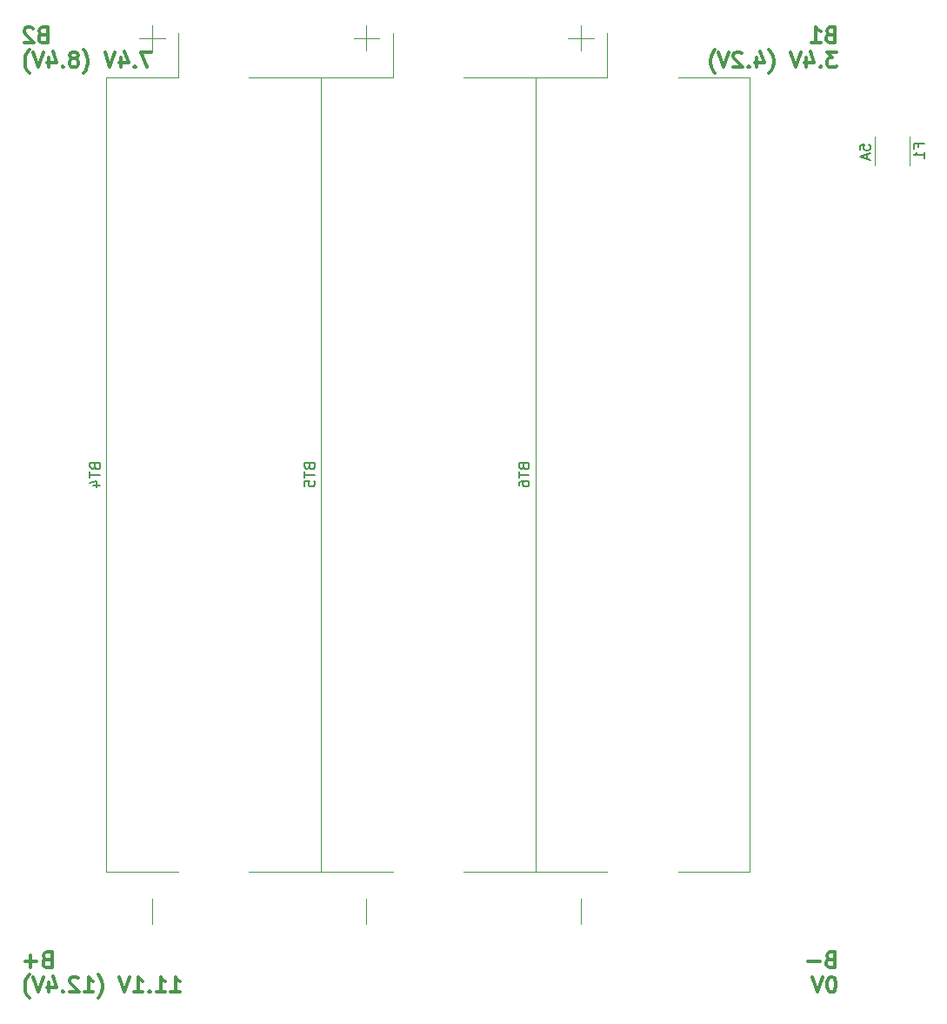
<source format=gbr>
%TF.GenerationSoftware,KiCad,Pcbnew,(6.0.7)*%
%TF.CreationDate,2022-10-24T21:40:11-07:00*%
%TF.ProjectId,18650_3s2p,31383635-305f-4337-9332-702e6b696361,2.0*%
%TF.SameCoordinates,Original*%
%TF.FileFunction,Legend,Bot*%
%TF.FilePolarity,Positive*%
%FSLAX46Y46*%
G04 Gerber Fmt 4.6, Leading zero omitted, Abs format (unit mm)*
G04 Created by KiCad (PCBNEW (6.0.7)) date 2022-10-24 21:40:11*
%MOMM*%
%LPD*%
G01*
G04 APERTURE LIST*
%ADD10C,0.150000*%
%ADD11C,0.300000*%
%ADD12C,0.120000*%
G04 APERTURE END LIST*
D10*
X141852380Y-64909523D02*
X141852380Y-64433333D01*
X142328571Y-64385714D01*
X142280952Y-64433333D01*
X142233333Y-64528571D01*
X142233333Y-64766666D01*
X142280952Y-64861904D01*
X142328571Y-64909523D01*
X142423809Y-64957142D01*
X142661904Y-64957142D01*
X142757142Y-64909523D01*
X142804761Y-64861904D01*
X142852380Y-64766666D01*
X142852380Y-64528571D01*
X142804761Y-64433333D01*
X142757142Y-64385714D01*
X142566666Y-65338095D02*
X142566666Y-65814285D01*
X142852380Y-65242857D02*
X141852380Y-65576190D01*
X142852380Y-65909523D01*
D11*
X138947857Y-143685357D02*
X138733571Y-143756785D01*
X138662142Y-143828214D01*
X138590714Y-143971071D01*
X138590714Y-144185357D01*
X138662142Y-144328214D01*
X138733571Y-144399642D01*
X138876428Y-144471071D01*
X139447857Y-144471071D01*
X139447857Y-142971071D01*
X138947857Y-142971071D01*
X138805000Y-143042500D01*
X138733571Y-143113928D01*
X138662142Y-143256785D01*
X138662142Y-143399642D01*
X138733571Y-143542500D01*
X138805000Y-143613928D01*
X138947857Y-143685357D01*
X139447857Y-143685357D01*
X137947857Y-143899642D02*
X136805000Y-143899642D01*
X139162142Y-145386071D02*
X139019285Y-145386071D01*
X138876428Y-145457500D01*
X138805000Y-145528928D01*
X138733571Y-145671785D01*
X138662142Y-145957500D01*
X138662142Y-146314642D01*
X138733571Y-146600357D01*
X138805000Y-146743214D01*
X138876428Y-146814642D01*
X139019285Y-146886071D01*
X139162142Y-146886071D01*
X139305000Y-146814642D01*
X139376428Y-146743214D01*
X139447857Y-146600357D01*
X139519285Y-146314642D01*
X139519285Y-145957500D01*
X139447857Y-145671785D01*
X139376428Y-145528928D01*
X139305000Y-145457500D01*
X139162142Y-145386071D01*
X138233571Y-145386071D02*
X137733571Y-146886071D01*
X137233571Y-145386071D01*
X138947857Y-53685357D02*
X138733571Y-53756785D01*
X138662142Y-53828214D01*
X138590714Y-53971071D01*
X138590714Y-54185357D01*
X138662142Y-54328214D01*
X138733571Y-54399642D01*
X138876428Y-54471071D01*
X139447857Y-54471071D01*
X139447857Y-52971071D01*
X138947857Y-52971071D01*
X138805000Y-53042500D01*
X138733571Y-53113928D01*
X138662142Y-53256785D01*
X138662142Y-53399642D01*
X138733571Y-53542500D01*
X138805000Y-53613928D01*
X138947857Y-53685357D01*
X139447857Y-53685357D01*
X137162142Y-54471071D02*
X138019285Y-54471071D01*
X137590714Y-54471071D02*
X137590714Y-52971071D01*
X137733571Y-53185357D01*
X137876428Y-53328214D01*
X138019285Y-53399642D01*
X139590714Y-55386071D02*
X138662142Y-55386071D01*
X139162142Y-55957500D01*
X138947857Y-55957500D01*
X138805000Y-56028928D01*
X138733571Y-56100357D01*
X138662142Y-56243214D01*
X138662142Y-56600357D01*
X138733571Y-56743214D01*
X138805000Y-56814642D01*
X138947857Y-56886071D01*
X139376428Y-56886071D01*
X139519285Y-56814642D01*
X139590714Y-56743214D01*
X138019285Y-56743214D02*
X137947857Y-56814642D01*
X138019285Y-56886071D01*
X138090714Y-56814642D01*
X138019285Y-56743214D01*
X138019285Y-56886071D01*
X136662142Y-55886071D02*
X136662142Y-56886071D01*
X137019285Y-55314642D02*
X137376428Y-56386071D01*
X136447857Y-56386071D01*
X136090714Y-55386071D02*
X135590714Y-56886071D01*
X135090714Y-55386071D01*
X133019285Y-57457500D02*
X133090714Y-57386071D01*
X133233571Y-57171785D01*
X133305000Y-57028928D01*
X133376428Y-56814642D01*
X133447857Y-56457500D01*
X133447857Y-56171785D01*
X133376428Y-55814642D01*
X133305000Y-55600357D01*
X133233571Y-55457500D01*
X133090714Y-55243214D01*
X133019285Y-55171785D01*
X131805000Y-55886071D02*
X131805000Y-56886071D01*
X132162142Y-55314642D02*
X132519285Y-56386071D01*
X131590714Y-56386071D01*
X131019285Y-56743214D02*
X130947857Y-56814642D01*
X131019285Y-56886071D01*
X131090714Y-56814642D01*
X131019285Y-56743214D01*
X131019285Y-56886071D01*
X130376428Y-55528928D02*
X130305000Y-55457500D01*
X130162142Y-55386071D01*
X129805000Y-55386071D01*
X129662142Y-55457500D01*
X129590714Y-55528928D01*
X129519285Y-55671785D01*
X129519285Y-55814642D01*
X129590714Y-56028928D01*
X130447857Y-56886071D01*
X129519285Y-56886071D01*
X129090714Y-55386071D02*
X128590714Y-56886071D01*
X128090714Y-55386071D01*
X127733571Y-57457500D02*
X127662142Y-57386071D01*
X127519285Y-57171785D01*
X127447857Y-57028928D01*
X127376428Y-56814642D01*
X127305000Y-56457500D01*
X127305000Y-56171785D01*
X127376428Y-55814642D01*
X127447857Y-55600357D01*
X127519285Y-55457500D01*
X127662142Y-55243214D01*
X127733571Y-55171785D01*
X62695000Y-143685357D02*
X62480714Y-143756785D01*
X62409285Y-143828214D01*
X62337857Y-143971071D01*
X62337857Y-144185357D01*
X62409285Y-144328214D01*
X62480714Y-144399642D01*
X62623571Y-144471071D01*
X63195000Y-144471071D01*
X63195000Y-142971071D01*
X62695000Y-142971071D01*
X62552142Y-143042500D01*
X62480714Y-143113928D01*
X62409285Y-143256785D01*
X62409285Y-143399642D01*
X62480714Y-143542500D01*
X62552142Y-143613928D01*
X62695000Y-143685357D01*
X63195000Y-143685357D01*
X61695000Y-143899642D02*
X60552142Y-143899642D01*
X61123571Y-144471071D02*
X61123571Y-143328214D01*
X74766428Y-146886071D02*
X75623571Y-146886071D01*
X75195000Y-146886071D02*
X75195000Y-145386071D01*
X75337857Y-145600357D01*
X75480714Y-145743214D01*
X75623571Y-145814642D01*
X73337857Y-146886071D02*
X74195000Y-146886071D01*
X73766428Y-146886071D02*
X73766428Y-145386071D01*
X73909285Y-145600357D01*
X74052142Y-145743214D01*
X74195000Y-145814642D01*
X72695000Y-146743214D02*
X72623571Y-146814642D01*
X72695000Y-146886071D01*
X72766428Y-146814642D01*
X72695000Y-146743214D01*
X72695000Y-146886071D01*
X71195000Y-146886071D02*
X72052142Y-146886071D01*
X71623571Y-146886071D02*
X71623571Y-145386071D01*
X71766428Y-145600357D01*
X71909285Y-145743214D01*
X72052142Y-145814642D01*
X70766428Y-145386071D02*
X70266428Y-146886071D01*
X69766428Y-145386071D01*
X67695000Y-147457500D02*
X67766428Y-147386071D01*
X67909285Y-147171785D01*
X67980714Y-147028928D01*
X68052142Y-146814642D01*
X68123571Y-146457500D01*
X68123571Y-146171785D01*
X68052142Y-145814642D01*
X67980714Y-145600357D01*
X67909285Y-145457500D01*
X67766428Y-145243214D01*
X67695000Y-145171785D01*
X66337857Y-146886071D02*
X67195000Y-146886071D01*
X66766428Y-146886071D02*
X66766428Y-145386071D01*
X66909285Y-145600357D01*
X67052142Y-145743214D01*
X67195000Y-145814642D01*
X65766428Y-145528928D02*
X65695000Y-145457500D01*
X65552142Y-145386071D01*
X65195000Y-145386071D01*
X65052142Y-145457500D01*
X64980714Y-145528928D01*
X64909285Y-145671785D01*
X64909285Y-145814642D01*
X64980714Y-146028928D01*
X65837857Y-146886071D01*
X64909285Y-146886071D01*
X64266428Y-146743214D02*
X64195000Y-146814642D01*
X64266428Y-146886071D01*
X64337857Y-146814642D01*
X64266428Y-146743214D01*
X64266428Y-146886071D01*
X62909285Y-145886071D02*
X62909285Y-146886071D01*
X63266428Y-145314642D02*
X63623571Y-146386071D01*
X62695000Y-146386071D01*
X62337857Y-145386071D02*
X61837857Y-146886071D01*
X61337857Y-145386071D01*
X60980714Y-147457500D02*
X60909285Y-147386071D01*
X60766428Y-147171785D01*
X60695000Y-147028928D01*
X60623571Y-146814642D01*
X60552142Y-146457500D01*
X60552142Y-146171785D01*
X60623571Y-145814642D01*
X60695000Y-145600357D01*
X60766428Y-145457500D01*
X60909285Y-145243214D01*
X60980714Y-145171785D01*
X62266428Y-53685357D02*
X62052142Y-53756785D01*
X61980714Y-53828214D01*
X61909285Y-53971071D01*
X61909285Y-54185357D01*
X61980714Y-54328214D01*
X62052142Y-54399642D01*
X62195000Y-54471071D01*
X62766428Y-54471071D01*
X62766428Y-52971071D01*
X62266428Y-52971071D01*
X62123571Y-53042500D01*
X62052142Y-53113928D01*
X61980714Y-53256785D01*
X61980714Y-53399642D01*
X62052142Y-53542500D01*
X62123571Y-53613928D01*
X62266428Y-53685357D01*
X62766428Y-53685357D01*
X61337857Y-53113928D02*
X61266428Y-53042500D01*
X61123571Y-52971071D01*
X60766428Y-52971071D01*
X60623571Y-53042500D01*
X60552142Y-53113928D01*
X60480714Y-53256785D01*
X60480714Y-53399642D01*
X60552142Y-53613928D01*
X61409285Y-54471071D01*
X60480714Y-54471071D01*
X72837857Y-55386071D02*
X71837857Y-55386071D01*
X72480714Y-56886071D01*
X71266428Y-56743214D02*
X71195000Y-56814642D01*
X71266428Y-56886071D01*
X71337857Y-56814642D01*
X71266428Y-56743214D01*
X71266428Y-56886071D01*
X69909285Y-55886071D02*
X69909285Y-56886071D01*
X70266428Y-55314642D02*
X70623571Y-56386071D01*
X69695000Y-56386071D01*
X69337857Y-55386071D02*
X68837857Y-56886071D01*
X68337857Y-55386071D01*
X66266428Y-57457500D02*
X66337857Y-57386071D01*
X66480714Y-57171785D01*
X66552142Y-57028928D01*
X66623571Y-56814642D01*
X66695000Y-56457500D01*
X66695000Y-56171785D01*
X66623571Y-55814642D01*
X66552142Y-55600357D01*
X66480714Y-55457500D01*
X66337857Y-55243214D01*
X66266428Y-55171785D01*
X65480714Y-56028928D02*
X65623571Y-55957500D01*
X65695000Y-55886071D01*
X65766428Y-55743214D01*
X65766428Y-55671785D01*
X65695000Y-55528928D01*
X65623571Y-55457500D01*
X65480714Y-55386071D01*
X65195000Y-55386071D01*
X65052142Y-55457500D01*
X64980714Y-55528928D01*
X64909285Y-55671785D01*
X64909285Y-55743214D01*
X64980714Y-55886071D01*
X65052142Y-55957500D01*
X65195000Y-56028928D01*
X65480714Y-56028928D01*
X65623571Y-56100357D01*
X65695000Y-56171785D01*
X65766428Y-56314642D01*
X65766428Y-56600357D01*
X65695000Y-56743214D01*
X65623571Y-56814642D01*
X65480714Y-56886071D01*
X65195000Y-56886071D01*
X65052142Y-56814642D01*
X64980714Y-56743214D01*
X64909285Y-56600357D01*
X64909285Y-56314642D01*
X64980714Y-56171785D01*
X65052142Y-56100357D01*
X65195000Y-56028928D01*
X64266428Y-56743214D02*
X64195000Y-56814642D01*
X64266428Y-56886071D01*
X64337857Y-56814642D01*
X64266428Y-56743214D01*
X64266428Y-56886071D01*
X62909285Y-55886071D02*
X62909285Y-56886071D01*
X63266428Y-55314642D02*
X63623571Y-56386071D01*
X62695000Y-56386071D01*
X62337857Y-55386071D02*
X61837857Y-56886071D01*
X61337857Y-55386071D01*
X60980714Y-57457500D02*
X60909285Y-57386071D01*
X60766428Y-57171785D01*
X60695000Y-57028928D01*
X60623571Y-56814642D01*
X60552142Y-56457500D01*
X60552142Y-56171785D01*
X60623571Y-55814642D01*
X60695000Y-55600357D01*
X60766428Y-55457500D01*
X60909285Y-55243214D01*
X60980714Y-55171785D01*
D10*
%TO.C,BT6*%
X109128571Y-95734285D02*
X109176190Y-95877142D01*
X109223809Y-95924761D01*
X109319047Y-95972380D01*
X109461904Y-95972380D01*
X109557142Y-95924761D01*
X109604761Y-95877142D01*
X109652380Y-95781904D01*
X109652380Y-95400952D01*
X108652380Y-95400952D01*
X108652380Y-95734285D01*
X108700000Y-95829523D01*
X108747619Y-95877142D01*
X108842857Y-95924761D01*
X108938095Y-95924761D01*
X109033333Y-95877142D01*
X109080952Y-95829523D01*
X109128571Y-95734285D01*
X109128571Y-95400952D01*
X108652380Y-96258095D02*
X108652380Y-96829523D01*
X109652380Y-96543809D02*
X108652380Y-96543809D01*
X108652380Y-97591428D02*
X108652380Y-97400952D01*
X108700000Y-97305714D01*
X108747619Y-97258095D01*
X108890476Y-97162857D01*
X109080952Y-97115238D01*
X109461904Y-97115238D01*
X109557142Y-97162857D01*
X109604761Y-97210476D01*
X109652380Y-97305714D01*
X109652380Y-97496190D01*
X109604761Y-97591428D01*
X109557142Y-97639047D01*
X109461904Y-97686666D01*
X109223809Y-97686666D01*
X109128571Y-97639047D01*
X109080952Y-97591428D01*
X109033333Y-97496190D01*
X109033333Y-97305714D01*
X109080952Y-97210476D01*
X109128571Y-97162857D01*
X109223809Y-97115238D01*
%TO.C,BT4*%
X67368571Y-95734285D02*
X67416190Y-95877142D01*
X67463809Y-95924761D01*
X67559047Y-95972380D01*
X67701904Y-95972380D01*
X67797142Y-95924761D01*
X67844761Y-95877142D01*
X67892380Y-95781904D01*
X67892380Y-95400952D01*
X66892380Y-95400952D01*
X66892380Y-95734285D01*
X66940000Y-95829523D01*
X66987619Y-95877142D01*
X67082857Y-95924761D01*
X67178095Y-95924761D01*
X67273333Y-95877142D01*
X67320952Y-95829523D01*
X67368571Y-95734285D01*
X67368571Y-95400952D01*
X66892380Y-96258095D02*
X66892380Y-96829523D01*
X67892380Y-96543809D02*
X66892380Y-96543809D01*
X67225714Y-97591428D02*
X67892380Y-97591428D01*
X66844761Y-97353333D02*
X67559047Y-97115238D01*
X67559047Y-97734285D01*
%TO.C,BT5*%
X88248571Y-95734285D02*
X88296190Y-95877142D01*
X88343809Y-95924761D01*
X88439047Y-95972380D01*
X88581904Y-95972380D01*
X88677142Y-95924761D01*
X88724761Y-95877142D01*
X88772380Y-95781904D01*
X88772380Y-95400952D01*
X87772380Y-95400952D01*
X87772380Y-95734285D01*
X87820000Y-95829523D01*
X87867619Y-95877142D01*
X87962857Y-95924761D01*
X88058095Y-95924761D01*
X88153333Y-95877142D01*
X88200952Y-95829523D01*
X88248571Y-95734285D01*
X88248571Y-95400952D01*
X87772380Y-96258095D02*
X87772380Y-96829523D01*
X88772380Y-96543809D02*
X87772380Y-96543809D01*
X87772380Y-97639047D02*
X87772380Y-97162857D01*
X88248571Y-97115238D01*
X88200952Y-97162857D01*
X88153333Y-97258095D01*
X88153333Y-97496190D01*
X88200952Y-97591428D01*
X88248571Y-97639047D01*
X88343809Y-97686666D01*
X88581904Y-97686666D01*
X88677142Y-97639047D01*
X88724761Y-97591428D01*
X88772380Y-97496190D01*
X88772380Y-97258095D01*
X88724761Y-97162857D01*
X88677142Y-97115238D01*
%TO.C,F1*%
X147578571Y-64666666D02*
X147578571Y-64333333D01*
X148102380Y-64333333D02*
X147102380Y-64333333D01*
X147102380Y-64809523D01*
X148102380Y-65714285D02*
X148102380Y-65142857D01*
X148102380Y-65428571D02*
X147102380Y-65428571D01*
X147245238Y-65333333D01*
X147340476Y-65238095D01*
X147388095Y-65142857D01*
D12*
%TO.C,BT6*%
X117260000Y-135160000D02*
X110280000Y-135160000D01*
X115950000Y-54020000D02*
X113450000Y-54020000D01*
X114700000Y-140270000D02*
X114700000Y-137770000D01*
X131140000Y-135160000D02*
X131140000Y-57880000D01*
X117260000Y-57880000D02*
X117260000Y-53520000D01*
X124140000Y-135160000D02*
X131140000Y-135160000D01*
X131140000Y-57880000D02*
X124140000Y-57880000D01*
X110260000Y-57880000D02*
X117260000Y-57880000D01*
X114700000Y-52770000D02*
X114700000Y-55270000D01*
X110260000Y-135160000D02*
X110260000Y-57880000D01*
%TO.C,BT4*%
X75500000Y-57880000D02*
X75500000Y-53520000D01*
X89380000Y-135160000D02*
X89380000Y-57880000D01*
X89380000Y-57880000D02*
X82380000Y-57880000D01*
X72940000Y-140270000D02*
X72940000Y-137770000D01*
X68500000Y-57880000D02*
X75500000Y-57880000D01*
X82380000Y-135160000D02*
X89380000Y-135160000D01*
X68500000Y-135160000D02*
X68500000Y-57880000D01*
X72940000Y-52770000D02*
X72940000Y-55270000D01*
X74190000Y-54020000D02*
X71690000Y-54020000D01*
X75500000Y-135160000D02*
X68520000Y-135160000D01*
%TO.C,BT5*%
X96380000Y-135160000D02*
X89400000Y-135160000D01*
X93820000Y-140270000D02*
X93820000Y-137770000D01*
X110260000Y-57880000D02*
X103260000Y-57880000D01*
X103260000Y-135160000D02*
X110260000Y-135160000D01*
X95070000Y-54020000D02*
X92570000Y-54020000D01*
X89380000Y-135160000D02*
X89380000Y-57880000D01*
X110260000Y-135160000D02*
X110260000Y-57880000D01*
X93820000Y-52770000D02*
X93820000Y-55270000D01*
X89380000Y-57880000D02*
X96380000Y-57880000D01*
X96380000Y-57880000D02*
X96380000Y-53520000D01*
%TO.C,F1*%
X143290000Y-66386252D02*
X143290000Y-63613748D01*
X146710000Y-66386252D02*
X146710000Y-63613748D01*
%TD*%
M02*

</source>
